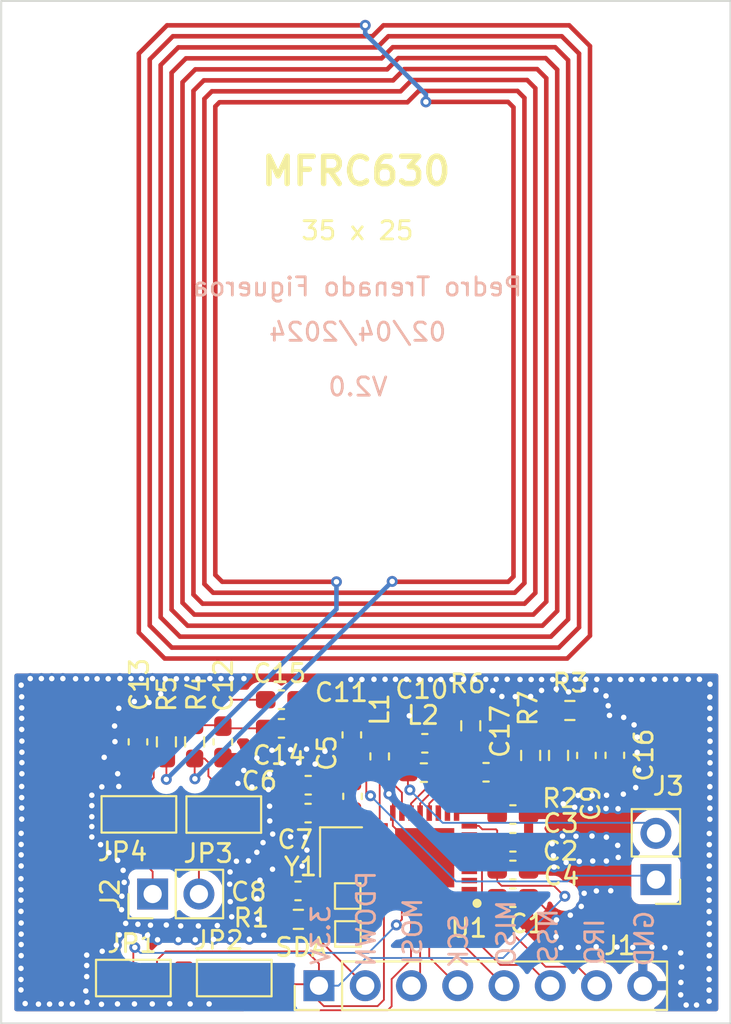
<source format=kicad_pcb>
(kicad_pcb (version 20221018) (generator pcbnew)
  (title_block (title "NFC Programmer") (rev "3.0") (company "Tychetools"))
  (layers (0 "F.Cu" signal) (31 "B.Cu" signal) (34 "B.Paste" user) (35 "F.Paste" user) (36 "B.SilkS" user "B.Silkscreen") (37 "F.SilkS" user "F.Silkscreen") (38 "B.Mask" user) (39 "F.Mask" user) (44 "Edge.Cuts" user))
  (net 0 "")
  (net 1 "Net-(U1-DVDD)")
  (net 2 "GND")
  (net 3 "Net-(U1-AVDD)")
  (net 4 "Net-(U1-TVDD)")
  (net 5 "Net-(U1-XTAL2)")
  (net 6 "/RXP")
  (net 7 "Net-(C9-Pad2)")
  (net 8 "Net-(C10-Pad2)")
  (net 9 "Net-(C11-Pad1)")
  (net 10 "Net-(C12-Pad1)")
  (net 11 "Net-(C13-Pad2)")
  (net 12 "/VMID")
  (net 13 "/RXN")
  (net 14 "Net-(C17-Pad2)")
  (net 15 "/TX1")
  (net 16 "/TX2")
  (net 17 "Net-(JP3-A)")
  (net 21 "/SCL")
  (net 22 "/MISO")
  (net 23 "/IRQ")
  (net 24 "/NSS")
  (net 31 "/PDOWN")
  (net 32 "+3V3")
  (net 33 "/SCK")
  (net 34 "/MOSI")
  (net 35 "Net-(U1-XTAL1)")
  (net 36 "/IFSEL0")
  (net 37 "/IFSEL1")
  (net 38 "Net-(J2-Pin_2)")
  (net 39 "Net-(JP4-A)")
  (net 40 "Net-(JP4-C)")
  (net 41 "Net-(J2-Pin_1)")
  (net 42 "/SDA")
  (footprint "Resistor_SMD:R_0603_1608Metric_Pad0.98x0.95mm_HandSolder" (layer "F.Cu") (at 150.81375 95.4575 -90)
    (fp_text reference "R2")
    (fp_text value "TBD" hide)
  )
  (footprint "Capacitor_SMD:C_0603_1608Metric_Pad1.08x0.95mm_HandSolder" (layer "F.Cu") (at 146.83425 96.38 180)
    (fp_text reference "C17")
    (fp_text value "TBD" hide)
  )
  (footprint "Resistor_SMD:R_0603_1608Metric_Pad0.98x0.95mm_HandSolder" (layer "F.Cu") (at 145.99425 93.83 90)
    (fp_text reference "R6")
    (fp_text value "TBD" hide)
  )
  (footprint "Jumper:SolderJumper-3_P1.3mm_Bridged12_Pad1.0x1.5mm_NumberLabels" (layer "F.Cu") (at 132.435 98.7)
    (fp_text reference "JP3")
    (fp_text value "SolderJumper_3_Bridged12" hide)
  )
  (footprint "MountingHole:MountingHole_3mm" (layer "F.Cu") (at 124.08 58.64)
    (fp_text reference "H3" hide)
    (fp_text value "MountingHole_Pad" hide)
  )
  (footprint "MountingHole:MountingHole_3mm" (layer "F.Cu") (at 156.12 58.64)
    (fp_text reference "H4" hide)
    (fp_text value "MountingHole_Pad" hide)
  )
  (footprint "Capacitor_SMD:C_0603_1608Metric_Pad1.08x0.95mm_HandSolder" (layer "F.Cu") (at 137.07 97.090237 180)
    (fp_text reference "C6")
    (fp_text value "1u" hide)
  )
  (footprint "Connector_PinHeader_2.54mm:PinHeader_1x02_P2.54mm_Vertical" (layer "F.Cu") (at 128.53 103.06 90)
    (fp_text reference "J2")
    (fp_text value "Conn_01x02_Pin" hide)
  )
  (footprint "TestPoint:TestPoint_Pad_1.0x1.0mm" (layer "F.Cu") (at 139.25 105.25)
    (fp_text reference "TP1" hide)
    (fp_text value "TestPoint" hide)
  )
  (footprint "Inductor_SMD:L_0603_1608Metric_Pad1.05x0.95mm_HandSolder" (layer "F.Cu") (at 140.99425 95.51 90)
    (fp_text reference "L1")
    (fp_text value "TBD" hide)
  )
  (footprint "Capacitor_SMD:C_0603_1608Metric_Pad1.08x0.95mm_HandSolder" (layer "F.Cu") (at 135.6 93.97 180)
    (fp_text reference "C14")
    (fp_text value "C" hide)
  )
  (footprint "MountingHole:MountingHole_3mm" (layer "F.Cu") (at 124.06 88.02)
    (fp_text reference "H1" hide)
    (fp_text value "MountingHole_Pad" hide)
  )
  (footprint "Crystal:Crystal_SMD_2016-4Pin_2.0x1.6mm" (layer "F.Cu") (at 138.87175 100.750237 -90)
    (fp_text reference "Y1")
    (fp_text value "Crystal_GND24" hide)
  )
  (footprint "Capacitor_SMD:C_0603_1608Metric_Pad1.08x0.95mm_HandSolder" (layer "F.Cu") (at 139.50425 97.700237 90)
    (fp_text reference "C5")
    (fp_text value "100n" hide)
  )
  (footprint "Capacitor_SMD:C_0603_1608Metric_Pad1.08x0.95mm_HandSolder" (layer "F.Cu") (at 139.46425 94.33 -90)
    (fp_text reference "C11")
    (fp_text value "TBD" hide)
  )
  (footprint "Library3:MFRC630_MOUSER" (layer "F.Cu") (at 143.46425 101.07 180)
    (fp_text reference "U1")
    (fp_text value "MFRC63002HN,151" hide)
  )
  (footprint "Connector_PinHeader_2.54mm:PinHeader_1x08_P2.54mm_Vertical" (layer "F.Cu") (at 137.66 108.09 90)
    (fp_text reference "J1")
    (fp_text value "Conn_01x08" hide)
  )
  (footprint "Resistor_SMD:R_0603_1608Metric_Pad0.98x0.95mm_HandSolder" (layer "F.Cu") (at 130.835 94.7125 -90)
    (fp_text reference "R4")
    (fp_text value "TBD" hide)
  )
  (footprint "Capacitor_SMD:C_0603_1608Metric_Pad1.08x0.95mm_HandSolder" (layer "F.Cu") (at 152.34425 95.4575 90)
    (fp_text reference "C9")
    (fp_text value "TBD" hide)
  )
  (footprint "Capacitor_SMD:C_0603_1608Metric_Pad1.08x0.95mm_HandSolder" (layer "F.Cu") (at 135.6 92.4 180)
    (fp_text reference "C15")
    (fp_text value "TBD" hide)
  )
  (footprint "Capacitor_SMD:C_0603_1608Metric_Pad1.08x0.95mm_HandSolder" (layer "F.Cu") (at 148.3075 98.7)
    (fp_text reference "C3")
    (fp_text value "470n" hide)
  )
  (footprint "Capacitor_SMD:C_0603_1608Metric_Pad1.08x0.95mm_HandSolder" (layer "F.Cu") (at 148.3075 100.22)
    (fp_text reference "C2")
    (fp_text value "100n" hide)
  )
  (footprint "Resistor_SMD:R_0603_1608Metric_Pad0.98x0.95mm_HandSolder" (layer "F.Cu") (at 149.28325 95.4575 90)
    (fp_text reference "R7")
    (fp_text value "TBD" hide)
  )
  (footprint "Capacitor_SMD:C_0603_1608Metric_Pad1.08x0.95mm_HandSolder" (layer "F.Cu") (at 153.90425 95.45 -90)
    (fp_text reference "C16")
    (fp_text value "TBD" hide)
  )
  (footprint "Capacitor_SMD:C_0603_1608Metric_Pad1.08x0.95mm_HandSolder" (layer "F.Cu") (at 148.3075 101.74)
    (fp_text reference "C4")
    (fp_text value "100n" hide)
  )
  (footprint "TestPoint:TestPoint_Pad_1.0x1.0mm" (layer "F.Cu") (at 139.24 103.17)
    (fp_text reference "TP2" hide)
    (fp_text value "TestPoint" hide)
  )
  (footprint "Resistor_SMD:R_0603_1608Metric_Pad0.98x0.95mm_HandSolder" (layer "F.Cu") (at 129.285 94.7125 -90)
    (fp_text reference "R5")
    (fp_text value "TBD" hide)
  )
  (footprint "Resistor_SMD:R_0603_1608Metric_Pad0.98x0.95mm_HandSolder" (layer "F.Cu") (at 151.435 92.99)
    (fp_text reference "R3")
    (fp_text value "TBD" hide)
  )
  (footprint "Capacitor_SMD:C_0603_1608Metric_Pad1.08x0.95mm_HandSolder" (layer "F.Cu") (at 132.385 94.7125 -90)
    (fp_text reference "C12")
    (fp_text value "TBD" hide)
  )
  (footprint "Capacitor_SMD:C_0603_1608Metric_Pad1.08x0.95mm_HandSolder" (layer "F.Cu") (at 127.725 94.7125 90)
    (fp_text reference "C13")
    (fp_text value "TBD" hide)
  )
  (footprint "Connector_PinHeader_2.54mm:PinHeader_1x02_P2.54mm_Vertical" (layer "F.Cu") (at 156.16 102.270237 180)
    (fp_text reference "J3")
    (fp_text value "Conn_01x02_Pin" hide)
  )
  (footprint "Capacitor_SMD:C_0603_1608Metric_Pad1.08x0.95mm_HandSolder" (layer "F.Cu") (at 136.51 102.89 180)
    (fp_text reference "C8")
    (fp_text value "10p" hide)
  )
  (footprint "Inductor_SMD:L_0603_1608Metric_Pad1.05x0.95mm_HandSolder" (layer "F.Cu") (at 143.41925 96.4)
    (fp_text reference "L2")
    (fp_text value "TBD" hide)
  )
  (footprint "Resistor_SMD:R_0603_1608Metric_Pad0.98x0.95mm_HandSolder" (layer "F.Cu") (at 136.53 104.45 180)
    (fp_text reference "R1")
    (fp_text value "10k" hide)
  )
  (footprint "Jumper:SolderJumper-3_P1.3mm_Bridged12_Pad1.0x1.5mm_NumberLabels" (layer "F.Cu") (at 127.775 98.69 180)
    (fp_text reference "JP4")
    (fp_text value "SolderJumper_3_Bridged12" hide)
  )
  (footprint "Jumper:SolderJumper-3_P1.3mm_Bridged12_Pad1.0x1.5mm_NumberLabels" (layer "F.Cu") (at 133.01 107.67 180)
    (fp_text reference "JP2")
    (fp_text value "SolderJumper_3_Bridged12" hide)
  )
  (footprint "Jumper:SolderJumper-3_P1.3mm_Bridged12_Pad1.0x1.5mm_NumberLabels" (layer "F.Cu") (at 127.47 107.67)
    (fp_text reference "JP1")
    (fp_text value "SolderJumper_3_Bridged12" hide)
  )
  (footprint "Capacitor_SMD:C_0603_1608Metric_Pad1.08x0.95mm_HandSolder" (layer "F.Cu") (at 143.47175 94.79)
    (fp_text reference "C10")
    (fp_text value "TBD" hide)
  )
  (footprint "Capacitor_SMD:C_0603_1608Metric_Pad1.08x0.95mm_HandSolder" (layer "F.Cu") (at 137.06425 98.620237 180)
    (fp_text reference "C7")
    (fp_text value "10p" hide)
  )
  (footprint "MountingHole:MountingHole_3mm" (layer "F.Cu") (at 156.11 88.02)
    (fp_text reference "H2" hide)
    (fp_text value "MountingHole_Pad" hide)
  )
  (footprint "Capacitor_SMD:C_0603_1608Metric_Pad1.08x0.95mm_HandSolder" (layer "F.Cu") (at 148.3075 103.26)
    (fp_text reference "C1")
    (fp_text value "470n" hide)
  )
  (gr_poly (pts (xy 120.22 110.160237) (xy 158.69 110.160237) (xy 160.25 110.160237) (xy 160.25 54.060237) (xy 120.22 54.060237) (xy 120.22 110.160237)) (stroke (width 0.1)) (fill none) (layer "Edge.Cuts"))
  (gr_text "02/04/2024\n" (at 144.74 72.81) (layer "B.SilkS") (effects (font (size 1 1) (thickness 0.153)) (justify left bottom mirror)))
  (gr_text "NSS\n" (at 150.83 103.77 90) (layer "B.SilkS") (effects (font (size 1 1) (thickness 0.153)) (justify left bottom mirror)))
  (gr_text "V2.0" (at 141.52 75.82) (layer "B.SilkS") (effects (font (size 1 1) (thickness 0.153)) (justify left bottom mirror)))
  (gr_text "MISO\n" (at 148.53 103.3 90) (layer "B.SilkS") (effects (font (size 1 1) (thickness 0.153)) (justify left bottom mirror)))
  (gr_text "SCK" (at 145.91 104.07 90) (layer "B.SilkS") (effects (font (size 1 1) (thickness 0.153)) (justify left bottom mirror)))
  (gr_text "MOSI\n" (at 143.39 103.19 90) (layer "B.SilkS") (effects (font (size 1 1) (thickness 0.153)) (justify left bottom mirror)))
  (gr_text "3.3V" (at 138.35 103.6 90) (layer "B.SilkS") (effects (font (size 1 1) (thickness 0.153)) (justify left bottom mirror)))
  (gr_text "PDOWN\n" (at 140.84 101.7 90) (layer "B.SilkS") (effects (font (size 1 1) (thickness 0.153)) (justify left bottom mirror)))
  (gr_text "GND\n" (at 156.11 103.88 90) (layer "B.SilkS") (effects (font (size 1 1) (thickness 0.153)) (justify left bottom mirror)))
  (gr_text "IRQ\n" (at 153.38 104.32 90) (layer "B.SilkS") (effects (font (size 1 1) (thickness 0.153)) (justify left bottom mirror)))
  (gr_text "Pedro Trenado Figueroa\n" (at 148.91 70.33) (layer "B.SilkS") (effects (font (size 1 1) (thickness 0.153)) (justify left bottom mirror)))
  (gr_text "35 x 25" (at 136.6 67.25) (layer "F.SilkS") (effects (font (size 1 1) (thickness 0.153)) (justify left bottom)))
  (gr_text "MFRC630\n" (at 134.36 64.28) (layer "F.SilkS") (effects (font (size 1.5 1.5) (thickness 0.3) bold) (justify left bottom)))
  (gr_text "SDA" (at 135.16 106.570237) (layer "F.SilkS") (effects (font (size 1 1) (thickness 0.153)) (justify left bottom)))
  (segment (start 146.61 99.99075) (end 146.61 103.04) (width 0.1) (layer "F.Cu") (net 1))
  (segment (start 146.43925 99.82) (end 146.61 99.99075) (width 0.1) (layer "F.Cu") (net 1))
  (segment (start 146.83 103.26) (end 147.445 103.26) (width 0.1) (layer "F.Cu") (net 1))
  (segment (start 146.61 103.04) (end 146.83 103.26) (width 0.1) (layer "F.Cu") (net 1))
  (segment (start 145.91425 99.82) (end 146.43925 99.82) (width 0.1) (layer "F.Cu") (net 1))
  (segment (start 136.82 101.450237) (end 138.32175 101.450237) (width 0.1) (layer "F.Cu") (net 2))
  (segment (start 134.225 95.575) (end 134.251582 95.601582) (width 0.1) (layer "F.Cu") (net 2))
  (segment (start 142.60925 94.79) (end 142.60925 93.29075) (width 0.1) (layer "F.Cu") (net 2))
  (segment (start 138.32175 101.150237) (end 139.42175 100.050237) (width 0.1) (layer "F.Cu") (net 2))
  (segment (start 138.0275 95.1925) (end 137.99 95.23) (width 0.1) (layer "F.Cu") (net 2))
  (segment (start 125.885 95.575) (end 125.87 95.56) (width 0.1) (layer "F.Cu") (net 2))
  (segment (start 139.46425 95.1925) (end 138.0275 95.1925) (width 0.1) (layer "F.Cu") (net 2))
  (segment (start 134.32 104.45) (end 134.31 104.44) (width 0.1) (layer "F.Cu") (net 2))
  (segment (start 135.6175 104.45) (end 134.32 104.45) (width 0.1) (layer "F.Cu") (net 2))
  (segment (start 142.60925 93.29075) (end 142.62 93.28) (width 0.1) (layer "F.Cu") (net 2))
  (segment (start 143.46425 101.07) (end 141.71425 99.32) (width 0.1) (layer "F.Cu") (net 2))
  (segment (start 149.48 103.26) (end 150.7 104.48) (width 0.1) (layer "F.Cu") (net 2))
  (segment (start 149.17 103.26) (end 149.48 103.26) (width 0.1) (layer "F.Cu") (net 2))
  (segment (start 138.32175 101.450237) (end 138.32175 101.150237) (width 0.1) (layer "F.Cu") (net 2))
  (segment (start 141.71425 97.78425) (end 141.5 97.57) (width 0.1) (layer "F.Cu") (net 2))
  (segment (start 132.385 95.575) (end 134.225 95.575) (width 0.1) (layer "F.Cu") (net 2))
  (segment (start 127.725 95.575) (end 125.885 95.575) (width 0.1) (layer "F.Cu") (net 2))
  (segment (start 141.71425 98.62) (end 141.71425 97.78425) (width 0.1) (layer "F.Cu") (net 2))
  (segment (start 141.71425 99.32) (end 141.71425 98.62) (width 0.1) (layer "F.Cu") (net 2))
  (segment (start 136.74 101.530237) (end 136.82 101.450237) (width 0.1) (layer "F.Cu") (net 2))
  (via micro (at 159.13 95.86) (size 0.6) (drill 0.3) (layers "F.Cu" "B.Cu") (net 2))
  (via micro (at 129.28 104.760237) (size 0.6) (drill 0.3) (layers "F.Cu" "B.Cu") (net 2))
  (via micro (at 154.06 100.390237) (size 0.6) (drill 0.3) (layers "F.Cu" "B.Cu") (net 2))
  (via micro (at 157.94 91.28) (size 0.6) (drill 0.3) (layers "F.Cu" "B.Cu") (net 2))
  (via micro (at 131.87 105.55) (size 0.6) (drill 0.3) (layers "F.Cu" "B.Cu") (net 2))
  (via micro (at 124.3 91.25) (size 0.6) (drill 0.3) (layers "F.Cu" "B.Cu") (net 2))
  (via micro (at 125.19 98.82) (size 0.6) (drill 0.3) (layers "F.Cu" "B.Cu") (net 2))
  (via micro (at 127.34 91.24) (size 0.6) (drill 0.3) (layers "F.Cu" "B.Cu") (net 2))
  (via micro (at 131.63 109.090237) (size 0.6) (drill 0.3) (layers "F.Cu" "B.Cu") (net 2))
  (via micro (at 157.25 91.28) (size 0.6) (drill 0.3) (layers "F.Cu" "B.Cu") (net 2))
  (via micro (at 129.94 105.57) (size 0.6) (drill 0.3) (layers "F.Cu" "B.Cu") (net 2))
  (via micro (at 135.12 99.77) (size 0.6) (drill 0.3) (layers "F.Cu" "B.Cu") (net 2))
  (via micro (at 121.34 98.950237) (size 0.6) (drill 0.3) (layers "F.Cu" "B.Cu") (net 2))
  (via (at 134.251582 95.601582) (size 0.6) (drill 0.3) (layers "F.Cu" "B.Cu") (net 2))
  (via micro (at 153.68 102.880237) (size 0.6) (drill 0.3) (layers "F.Cu" "B.Cu") (net 2))
  (via micro (at 126.46 94.7) (size 0.6) (drill 0.3) (layers "F.Cu" "B.Cu") (net 2))
  (via micro (at 144.35 91.29) (size 0.6) (drill 0.3) (layers "F.Cu" "B.Cu") (net 2))
  (via micro (at 159.08 104.02) (size 0.6) (drill 0.3) (layers "F.Cu" "B.Cu") (net 2))
  (via micro (at 155.13 94.45) (size 0.6) (drill 0.3) (layers "F.Cu" "B.Cu") (net 2))
  (via micro (at 129.22 91.25) (size 0.6) (drill 0.3) (layers "F.Cu" "B.Cu") (net 2))
  (via micro (at 125.19 98.21) (size 0.6) (drill 0.3) (layers "F.Cu" "B.Cu") (net 2))
  (via micro (at 134.59 100.24) (size 0.6) (drill 0.3) (layers "F.Cu" "B.Cu") (net 2))
  (via micro (at 148.44 92.23) (size 0.6) (drill 0.3) (layers "F.Cu" "B.Cu") (net 2))
  (via micro (at 123.51 109.090237) (size 0.6) (drill 0.3) (layers "F.Cu" "B.Cu") (net 2))
  (via micro (at 154.37 97.58) (size 0.6) (drill 0.3) (layers "F.Cu" "B.Cu") (net 2))
  (via micro (at 132.78 101.850237) (size 0.6) (drill 0.3) (layers "F.Cu" "B.Cu") (net 2))
  (via micro (at 123.6 91.24) (size 0.6) (drill 0.3) (layers "F.Cu" "B.Cu") (net 2))
  (via micro (at 133.98 97.19) (size 0.6) (drill 0.3) (layers "F.Cu" "B.Cu") (net 2))
  (via micro (at 159.13 96.47) (size 0.6) (drill 0.3) (layers "F.Cu" "B.Cu") (net 2))
  (via micro (at 121.34 92.240237) (size 0.6) (drill 0.3) (layers "F.Cu" "B.Cu") (net 2))
  (via micro (at 152.66 97.67) (size 0.6) (drill 0.3) (layers "F.Cu" "B.Cu") (net 2))
  (via micro (at 134.42 102.3) (size 0.6) (drill 0.3) (layers "F.Cu" "B.Cu") (net 2))
  (via micro (at 154.96 93.78) (size 0.6) (drill 0.3) (layers "F.Cu" "B.Cu") (net 2))
  (via micro (at 121.53 109.070237) (size 0.6) (drill 0.3) (layers "F.Cu" "B.Cu") (net 2))
  (via micro (at 121.31 91.600237) (size 0.6) (drill 0.3) (layers "F.Cu" "B.Cu") (net 2))
  (via micro (at 141.86 91.28) (size 0.6) (drill 0.3) (layers "F.Cu" "B.Cu") (net 2))
  (via micro (at 148.7 91.29) (size 0.6) (drill 0.3) (layers "F.Cu" "B.Cu") (net 2))
  (via micro (at 158.55 91.28) (size 0.6) (drill 0.3) (layers "F.Cu" "B.Cu") (net 2))
  (via micro (at 125.74 97.18) (size 0.6) (drill 0.3) (layers "F.Cu" "B.Cu") (net 2))
  (via micro (at 124.12 109.090237) (size 0.6) (drill 0.3) (layers "F.Cu" "B.Cu") (net 2))
  (via micro (at 121.31 106.440237) (size 0.6) (drill 0.3) (layers "F.Cu" "B.Cu") (net 2))
  (via micro (at 137.45 95.93) (size 0.6) (drill 0.3) (layers "F.Cu" "B.Cu") (net 2))
  (via micro (at 154.08 98.380237) (size 0.6) (drill 0.3) (layers "F.Cu" "B.Cu") (net 2))
  (via micro (at 159.12 92.86) (size 0.6) (drill 0.3) (layers "F.Cu" "B.Cu") (net 2))
  (via micro (at 127.72 104.72) (size 0.6) (drill 0.3) (layers "F.Cu" "B.Cu") (net 2))
  (via micro (at 143.78 91.29) (size 0.6) (drill 0.3) (layers "F.Cu" "B.Cu") (net 2))
  (via micro (at 124.86 108.38) (size 0.6) (drill 0.3) (layers "F.Cu" "B.Cu") (net 2))
  (via micro (at 148 91.28) (size 0.6) (drill 0.3) (layers "F.Cu" "B.Cu") (net 2))
  (via micro (at 121.34 92.850237) (size 0.6) (drill 0.3) (layers "F.Cu" "B.Cu") (net 2))
  (via micro (at 122.26 109.100237) (size 0.6) (drill 0.3) (layers "F.Cu" "B.Cu") (net 2))
  (via micro (at 153.42 98.370237) (size 0.6) (drill 0.3) (layers "F.Cu" "B.Cu") (net 2))
  (via micro (at 152.92 91.28) (size 0.6) (drill 0.3) (layers "F.Cu" "B.Cu") (net 2))
  (via micro (at 147.701096 92.221952) (size 0.6) (drill 0.3) (layers "F.Cu" "B.Cu") (net 2))
  (via micro (at 155.94 105.970237) (size 0.6) (drill 0.3) (layers "F.Cu" "B.Cu") (net 2))
  (via micro (at 149.28 92.22) (size 0.6) (drill 0.3) (layers "F.Cu" "B.Cu") (net 2))
  (via micro (at 159.09 99.74) (size 0.6) (drill 0.3) (layers "F.Cu" "B.Cu") (net 2))
  (via micro (at 139.41 91.29) (size 0.6) (drill 0.3) (layers "F.Cu" "B.Cu") (net 2))
  (via micro (at 128.51 109.090237) (size 0.6) (drill 0.3) (layers "F.Cu" "B.Cu") (net 2))
  (via micro (at 159.09 101.53) (size 0.6) (drill 0.3) (layers "F.Cu" "B.Cu") (net 2))
  (via micro (at 132.82 105.55) (size 0.6) (drill 0.3) (layers "F.Cu" "B.Cu") (net 2))
  (via micro (at 133.79 101.24) (size 0.6) (drill 0.3) (layers "F.Cu" "B.Cu") (net 2))
  (via micro (at 151.89 97.65) (size 0.6) (drill 0.3) (layers "F.Cu" "B.Cu") (net 2))
  (via micro (at 159.13 95.29) (size 0.6) (drill 0.3) (layers "F.Cu" "B.Cu") (net 2))
  (via micro (at 130.87 105.57) (size 0.6) (drill 0.3) (layers "F.Cu" "B.Cu") (net 2))
  (via micro (at 134.26 103.31) (size 0.6) (drill 0.3) (layers "F.Cu" "B.Cu") (net 2))
  (via micro (at 128.41 104.77) (size 0.6) (drill 0.3) (layers "F.Cu" "B.Cu") (net 2))
  (via micro (at 127.52 92.5) (size 0.6) (drill 0.3) (layers "F.Cu" "B.Cu") (net 2))
  (via micro (at 153.44 99.940237) (size 0.6) (drill 0.3) (layers "F.Cu" "B.Cu") (net 2))
  (via micro (at 159.12 98.96) (size 0.6) (drill 0.3) (layers "F.Cu" "B.Cu") (net 2))
  (via micro (at 126.61 96.46) (size 0.6) (drill 0.3) (layers "F.Cu" "B.Cu") (net 2))
  (via micro (at 158.39 109.15) (size 0.6) (drill 0.3) (layers "F.Cu" "B.Cu") (net 2))
  (via micro (at 121.31 104.650237) (size 0.6) (drill 0.3) (layers "F.Cu" "B.Cu") (net 2))
  (via micro (at 152.65 99.880237) (size 0.6) (drill 0.3) (layers "F.Cu" "B.Cu") (net 2))
  (via micro (at 132.79 103.480237) (size 0.6) (drill 0.3) (layers "F.Cu" "B.Cu") (net 2))
  (via micro (at 152.31 91.28) (size 0.6) (drill 0.3) (layers "F.Cu" "B.Cu") (net 2))
  (via micro (at 126.67 92.87) (size 0.6) (drill 0.3) (layers "F.Cu" "B.Cu") (net 2))
  (via micro (at 126.44 93.84) (size 0.6) (drill 0.3) (layers "F.Cu" "B.Cu") (net 2))
  (via micro (at 140.68 91.28) (size 0.6) (drill 0.3) (layers "F.Cu" "B.Cu") (net 2))
  (via micro (at 156.07 91.28) (size 0.6) (drill 0.3) (layers "F.Cu" "B.Cu") (net 2))
  (via micro (at 136.91 99.94) (size 0.6) (drill 0.3) (layers "F.Cu" "B.Cu") (net 2))
  (via micro (at 150.46 100.3) (size 0.6) (drill 0.3) (layers "F.Cu" "B.Cu") (net 2))
  (via micro (at 140.02 91.29) (size 0.6) (drill 0.3) (layers "F.Cu" "B.Cu") (net 2))
  (via micro (at 153.45 97.64) (size 0.6) (drill 0.3) (layers "F.Cu" "B.Cu") (net 2))
  (via micro (at 134.95 98.24) (size 0.6) (drill 0.3) (layers "F.Cu" "B.Cu") (net 2))
  (via micro (at 151.364342 91.97) (size 0.6) (drill 0.3) (layers "F.Cu" "B.Cu") (net 2))
  (via micro (at 135.077887 95.174346) (size 0.6) (drill 0.3) (layers "F.Cu" "B.Cu") (net 2))
  (via micro (at 155.41 91.29) (size 0.6) (drill 0.3) (layers "F.Cu" "B.Cu") (net 2))
  (via micro (at 159.08 107.15) (size 0.6) (drill 0.3) (layers "F.Cu" "B.Cu") (net 2))
  (via micro (at 159.09 105.27) (size 0.6) (drill 0.3) (layers "F.Cu" "B.Cu") (net 2))
  (via micro (at 126.6 109.090237) (size 0.6) (drill 0.3) (layers "F.Cu" "B.Cu") (net 2))
  (via micro (at 136.98 95.11) (size 0.6) (drill 0.3) (layers "F.Cu" "B.Cu") (net 2))
  (via micro (at 128.33 92.55) (size 0.6) (drill 0.3) (layers "F.Cu" "B.Cu") (net 2))
  (via micro (at 134.31 104.44) (size 0.6) (drill 0.3) (layers "F.Cu" "B.Cu") (net 2))
  (via micro (at 121.34 94.030237) (size 0.6) (drill 0.3) (layers "F.Cu" "B.Cu") (net 2))
  (via micro (at 121.81 91.24) (size 0.6) (drill 0.3) (layers "F.Cu" "B.Cu") (net 2))
  (via (at 142.62 93.28) (size 0.6) (drill 0.3) (layers "F.Cu" "B.Cu") (net 2))
  (via micro (at 131.01 91.25) (size 0.6) (drill 0.3) (layers "F.Cu" "B.Cu") (net 2))
  (via micro (at 149.88 91.29) (size 0.6) (drill 0.3) (layers "F.Cu" "B.Cu") (net 2))
  (via micro (at 151.03 99.880237) (size 0.6) (drill 0.3) (layers "F.Cu" "B.Cu") (net 2))
  (via micro (at 154.09 101.050237) (size 0.6) (drill 0.3) (layers "F.Cu" "B.Cu") (net 2))
  (via micro (at 154.02 105.970237) (size 0.6) (drill 0.3) (layers "F.Cu" "B.Cu") (net 2))
  (via micro (at 125.48 91.25) (size 0.6) (drill 0.3) (layers "F.Cu" "B.Cu") (net 2))
  (via micro (at 157.57 107.060237) (size 0.6) (drill 0.3) (layers "F.Cu" "B.Cu") (net 2))
  (via micro (at 126.97 102.420237) (size 0.6) (drill 0.3) (layers "F.Cu" "B.Cu") (net 2))
  (via micro (at 127.91 91.24) (size 0.6) (drill 0.3) (layers "F.Cu" "B.Cu") (net 2))
  (via micro (at 154.89 105.990237) (size 0.6) (drill 0.3) (layers "F.Cu" "B.Cu") (net 2))
  (via micro (at 151.46 104.22) (size 0.6) (drill 0.3) (layers "F.Cu" "B.Cu") (net 2))
  (via micro (at 124.91 107.59) (size 0.6) (drill 0.3) (layers "F.Cu" "B.Cu") (net 2))
  (via micro (at 150.94 106.000237) (size 0.6) (drill 0.3) (layers "F.Cu" "B.Cu") (net 2))
  (via micro (at 132.87 104.310237) (size 0.6) (drill 0.3) (layers "F.Cu" "B.Cu") (net 2))
  (via micro (at 129.47 109.080237) (size 0.6) (drill 0.3) (layers "F.Cu" "B.Cu") (net 2))
  (via micro (at 150.53 100.96) (size 0.6) (drill 0.3) (layers "F.Cu" "B.Cu") (net 2))
  (via micro (at 134.95 96.48) (size 0.6) (drill 0.3) (layers "F.Cu" "B.Cu") (net 2))
  (via micro (at 136.54 95.87) (size 0.6) (drill 0.3) (layers "F.Cu" "B.Cu") (net 2))
  (via micro (at 153.54 92.73) (size 0.6) (drill 0.3) (layers "F.Cu" "B.Cu") (net 2))
  (via micro (at 130.59 109.090237) (size 0.6) (drill 0.3) (layers "F.Cu" "B.Cu") (net 2))
  (via micro (at 121.31 105.830237) (size 0.6) (drill 0.3) (layers "F.Cu" "B.Cu") (net 2))
  (via micro (at 155.13 95.29) (size 0.6) (drill 0.3) (layers "F.Cu" "B.Cu") (net 2))
  (via micro (at 152.89 102.890237) (size 0.6) (drill 0.3) (layers "F.Cu" "B.Cu") (net 2))
  (via micro (at 131.04 104.810237) (size 0.6) (drill 0.3) (layers "F.Cu" "B.Cu") (net 2))
  (via micro (at 125.76 106.2) (size 0.6) (drill 0.3) (layers "F.Cu" "B.Cu") (net 2))
  (via micro (at 159.08 107.76) (size 0.6) (drill 0.3) (layers "F.Cu" "B.Cu") (net 2))
  (via micro (at 124.91 106.98) (size 0.6) (drill 0.3) (layers "F.Cu" "B.Cu") (net 2))
  (via micro (at 126.82 103.92) (size 0.6) (drill 0.3) (layers "F.Cu" "B.Cu") (net 2))
  (via micro (at 124.91 106.41) (size 0.6) (drill 0.3) (layers "F.Cu" "B.Cu") (net 2))
  (via micro (at 133.54 91.24) (size 0.6) (drill 0.3) (layers "F.Cu" "B.Cu") (net 2))
  (via micro (at 159.09 104.66) (size 0.6) (drill 0.3) (layers "F.Cu" "B.Cu") (net 2))
  (via micro (at 152.06 103.74) (size 0.6) (drill 0.3) (layers "F.Cu" "B.Cu") (net 2))
  (via micro (at 128.8 105.57) (size 0.6) (drill 0.3) (layers "F.Cu" "B.Cu") (net 2))
  (via micro (at 125.72 109.110237) (size 0.6) (drill 0.3) (layers "F.Cu" "B.Cu") (net 2))
  (via micro (at 121.3 107.140237) (size 0.6) (drill 0.3) (layers "F.Cu" "B.Cu") (net 2))
  (via micro (at 122.87 109.100237) (size 0.6) (drill 0.3) (layers "F.Cu" "B.Cu") (net 2))
  (via micro (at 121.3 108.320237) (size 0.6) (drill 0.3) (layers "F.Cu" "B.Cu") (net 2))
  (via micro (at 127.53 109.090237) (size 0.6) (drill 0.3) (layers "F.Cu" "B.Cu") (net 2))
  (via micro (at 135.62 95.89) (size 0.6) (drill 0.3) (layers "F.Cu" "B.Cu") (net 2))
  (via micro (at 134.63 105.32) (size 0.6) (drill 0.3) (layers "F.Cu" "B.Cu") (net 2))
  (via micro (at 132.85 91.24) (size 0.6) (drill 0.3) (layers "F.Cu" "B.Cu") (net 2))
  (via micro (at 159.13 94.68) (size 0.6) (drill 0.3) (layers "F.Cu" "B.Cu") (net 2))
  (via micro (at 121.31 100.340237) (size 0.6) (drill 0.3) (layers "F.Cu" "B.Cu") (net 2))
  (via micro (at 152.22 103.02) (size 0.6) (drill 0.3) (layers "F.Cu" "B.Cu") (net 2))
  (via micro (at 121.3 102.220237) (size 0.6) (drill 0.3) (layers "F.Cu" "B.Cu") (net 2))
  (via micro (at 151.7 98.300237) (size 0.6) (drill 0.3) (layers "F.Cu" "B.Cu") (net 2))
  (via micro (at 121.34 93.420237) (size 0.6) (drill 0.3) (layers "F.Cu" "B.Cu") (net 2))
  (via micro (at 151.74 91.28) (size 0.6) (drill 0.3) (layers "F.Cu" "B.Cu") (net 2))
  (via micro (at 125.19 99.36) (size 0.6) (drill 0.3) (layers "F.Cu" "B.Cu") (net 2))
  (via micro (at 121.31 101.520237) (size 0.6) (drill 0.3) (layers "F.Cu" "B.Cu") (net 2))
  (via micro (at 159.12 93.43) (size 0.6) (drill 0.3) (layers "F.Cu" "B.Cu") (net 2))
  (via micro (at 159.09 100.92) (size 0.6) (drill 0.3) (layers "F.Cu" "B.Cu") (net 2))
  (via micro (at 126.67 97.16) (size 0.6) (drill 0.3) (layers "F.Cu" "B.Cu") (net 2))
  (via micro (at 128.97 92.08) (size 0.6) (drill 0.3) (layers "F.Cu" "B.Cu") (net 2))
  (via (at 150.7 104.48) (size 0.6) (drill 0.3) (layers "F.Cu" "B.Cu") (net 2))
  (via micro (at 159.08 108.33) (size 0.6) (drill 0.3) (layers "F.Cu" "B.Cu") (net 2))
  (via micro (at 157.53 107.910237) (size 0.6) (drill 0.3) (layers "F.Cu" "B.Cu") (net 2))
  (via micro (at 122.42 91.24) (size 0.6) (drill 0.3) (layers "F.Cu" "B.Cu") (net 2))
  (via micro (at 159.12 97.78) (size 0.6) (drill 0.3) (layers "F.Cu" "B.Cu") (net 2))
  (via micro (at 151.77 99.890237) (size 0.6) (drill 0.3) (layers "F.Cu" "B.Cu") (net 2))
  (via micro (at 151.95 101.270237) (size 0.6) (drill 0.3) (layers "F.Cu" "B.Cu") (net 2))
  (via micro (at 126.54 105.87) (size 0.6) (drill 0.3) (layers "F.Cu" "B.Cu") (net 2))
  (via (at 136.74 101.530237) (size 0.6) (drill 0.3) (layers "F.Cu" "B.Cu") (net 2))
  (via micro (at 121.34 98.340237) (size 0.6) (drill 0.3) (layers "F.Cu" "B.Cu") (net 2))
  (via micro (at 133.53 96.28) (size 0.6) (drill 0.3) (layers "F.Cu" "B.Cu") (net 2))
  (via micro (at 159.09 106.45) (size 0.6) (drill 0.3) (layers "F.Cu" "B.Cu") (net 2))
  (via micro (at 121.31 105.260237) (size 0.6) (drill 0.3) (layers "F.Cu" "B.Cu") (net 2))
  (via micro (at 121.3 104.010237) (size 0.6) (drill 0.3) (layers "F.Cu" "B.Cu") (net 2))
  (via micro (at 146.82 91.28) (size 0.6) (drill 0.3) (layers "F.Cu" "B.Cu") (net 2))
  (via micro (at 130.07 104.810237) (size 0.6) (drill 0.3) (layers "F.Cu" "B.Cu") (net 2))
  (via micro (at 159.13 91.55) (size 0.6) (drill 0.3) (layers "F.Cu" "B.Cu") (net 2))
  (via micro (at 132.28 91.24) (size 0.6) (drill 0.3) (layers "F.Cu" "B.Cu") (net 2))
  (via micro (at 130.4 91.25) (size 0.6) (drill 0.3) (layers "F.Cu" "B.Cu") (net 2))
  (via micro (at 128.52 91.24) (size 0.6) (drill 0.3) (layers "F.Cu" "B.Cu") (net 2))
  (via micro (at 125.67 100.35) (size 0.6) (drill 0.3) (layers "F.Cu" "B.Cu") (net 2))
  (via micro (at 159.08 108.94) (size 0.6) (drill 0.3) (layers "F.Cu" "B.Cu") (net 2))
  (via micro (at 159.12 97.17) (size 0.6) (drill 0.3) (layers "F.Cu" "B.Cu") (net 2))
  (via micro (at 133.21 96.99) (size 0.6) (drill 0.3) (layers "F.Cu" "B.Cu") (net 2))
  (via micro (at 142.47 91.28) (size 0.6) (drill 0.3) (layers "F.Cu" "B.Cu") (net 2))
  (via micro (at 154.8 91.29) (size 0.6) (drill 0.3) (layers "F.Cu" "B.Cu") (net 2))
  (via micro (at 147.2 91.9) (size 0.6) (drill 0.3) (layers "F.Cu" "B.Cu") (net 2))
  (via micro (at 122.99 91.24) (size 0.6) (drill 0.3) (layers "F.Cu" "B.Cu") (net 2))
  (via micro (at 125.19 99.93) (size 0.6) (drill 0.3) (layers "F.Cu" "B.Cu") (net 2))
  (via micro (at 145.6 91.28) (size 0.6) (drill 0.3) (layers "F.Cu" "B.Cu") (net 2))
  (via micro (at 151.07 98.11) (size 0.6) (drill 0.3) (layers "F.Cu" "B.Cu") (net 2))
  (via micro (at 149.31 91.29) (size 0.6) (drill 0.3) (layers "F.Cu" "B.Cu") (net 2))
  (via micro (at 151.9 105.990237) (size 0.6) (drill 0.3) (layers "F.Cu" "B.Cu") (net 2))
  (via micro (at 121.31 99.730237) (size 0.6) (drill 0.3) (layers "F.Cu" "B.Cu") (net 2))
  (via micro (at 124.91 91.25) (size 0.6) (drill 0.3) (layers "F.Cu" "B.Cu") (net 2))
  (via micro (at 152.17 91.82) (size 0.6) (drill 0.3) (layers "F.Cu" "B.Cu") (net 2))
  (via micro (at 157.82 109.15) (size 0.6) (drill 0.3) (layers "F.Cu" "B.Cu") (net 2))
  (via micro (at 154.23 91.29) (size 0.6) (drill 0.3) (layers "F.Cu" "B.Cu") (net 2))
  (via micro (at 151.23 101.330237) (size 0.6) (drill 0.3) (layers "F.Cu" "B.Cu") (net 2))
  (via micro (at 151.13 91.28) (size 0.6) (drill 0.3) (layers "F.Cu" "B.Cu") (net 2))
  (via micro (at 159.09 105.84) (size 0.6) (drill 0.3) (layers "F.Cu" "B.Cu") (net 2))
  (via micro (at 129.83 91.25) (size 0.6) (drill 0.3) (layers "F.Cu" "B.Cu") (net 2))
  (via micro (at 146.21 91.28) (size 0.6) (drill 0.3) (layers "F.Cu" "B.Cu") (net 2))
  (via micro (at 137 100.65) (size 0.6) (drill 0.3) (layers "F.Cu" "B.Cu") (net 2))
  (via micro (at 134.96 99.05) (size 0.6) (drill 0.3) (layers "F.Cu" "B.Cu") (net 2))
  (via micro (at 159.09 100.35) (size 0.6) (drill 0.3) (layers "F.Cu" "B.Cu") (net 2))
  (via micro (at 131.67 91.24) (size 0.6) (drill 0.3) (layers "F.Cu" "B.Cu") (net 2))
  (via micro (at 126.91 101.76) (size 0.6) (drill 0.3) (layers "F.Cu" "B.Cu") (net 2))
  (via micro (at 136.1 95.14) (size 0.6) (drill 0.3) (layers "F.Cu" "B.Cu") (net 2))
  (via micro (at 132.08 104.790237) (size 0.6) (drill 0.3) (layers "F.Cu" "B.Cu") (net 2))
  (via micro (at 153.44 101.250237) (size 0.6) (drill 0.3) (layers "F.Cu" "B.Cu") (net 2))
  (via micro (at 126.84 103.18) (size 0.6) (drill 0.3) (layers "F.Cu" "B.Cu") (net 2))
  (via micro (at 126.09 91.25) (size 0.6) (drill 0.3) (layers "F.Cu" "B.Cu") (net 2))
  (via micro (at 159.12 98.35) (size 0.6) (drill 0.3) (layers "F.Cu" "B.Cu") (net 2))
  (via micro (at 147.39 91.28) (size 0.6) (drill 0.3) (layers "F.Cu" "B.Cu") (net 2))
  (via micro (at 121.35 95.280237) (size 0.6) (drill 0.3) (layers "F.Cu" "B.Cu") (net 2))
  (via micro (at 126.13 100.79) (size 0.6) (drill 0.3) (layers "F.Cu" "B.Cu") (net 2))
  (via micro (at 134.89 97.33) (size 0.6) (drill 0.3) (layers "F.Cu" "B.Cu") (net 2))
  (via micro (at 136.1 99.92) (size 0.6) (drill 0.3) (layers "F.Cu" "B.Cu") (net 2))
  (via micro (at 121.34 97.160237) (size 0.6) (drill 0.3) (layers "F.Cu" "B.Cu") (net 2))
  (via micro (at 126.61 101.21) (size 0.6) (drill 0.3) (layers "F.Cu" "B.Cu") (net 2))
  (via micro (at 121.3 107.750237) (size 0.6) (drill 0.3) (layers "F.Cu" "B.Cu") (net 2))
  (via micro (at 121.35 95.850237) (size 0.6) (drill 0.3) (layers "F.Cu" "B.Cu") (net 2))
  (via micro (at 149.88 91.89) (size 0.6) (drill 0.3) (layers "F.Cu" "B.Cu") (net 2))
  (via micro (at 144.96 91.29) (size 0.6) (drill 0.3) (layers "F.Cu" "B.Cu") (net 2))
  (via micro (at 121.3 102.830237) (size 0.6) (drill 0.3) (layers "F.Cu" "B.Cu") (net 2))
  (via micro (at 159.08 102.23) (size 0.6) (drill 0.3) (layers "F.Cu" "B.Cu") (net 2))
  (via micro (at 121.3 103.400237) (size 0.6) (drill 0.3) (layers "F.Cu" "B.Cu") (net 2))
  (via micro (at 143.17 91.29) (size 0.6) (drill 0.3) (layers "F.Cu" "B.Cu") (net 2))
  (via micro (at 124.93 109) (size 0.6) (drill 0.3) (layers "F.Cu" "B.Cu") (net 2))
  (via micro (at 159.12 94.04) (size 0.6) (drill 0.3) (layers "F.Cu" "B.Cu") (net 2))
  (via micro (at 152.88 105.950237) (size 0.6) (drill 0.3) (layers "F.Cu" "B.Cu") (net 2))
  (via micro (at 134.25 100.77) (size 0.6) (drill 0.3) (layers "F.Cu" "B.Cu") (net 2))
  (via micro (at 121.31 100.910237) (size 0.6) (drill 0.3) (layers "F.Cu" "B.Cu") (net 2))
  (via micro (at 153.42 92.19) (size 0.6) (drill 0.3) (layers "F.Cu" "B.Cu") (net 2))
  (via micro (at 155.21 96.26) (size 0.6) (drill 0.3) (layers "F.Cu" "B.Cu") (net 2))
  (via (at 137.99 95.23) (size 0.6) (drill 0.3) (layers "F.Cu" "B.Cu") (net 2))
  (via micro (at 121.35 96.460237) (size 0.6) (drill 0.3) (layers "F.Cu" "B.Cu") (net 2))
  (via micro (at 150.57 101.580237) (size 0.6) (drill 0.3) (layers "F.Cu" "B.Cu") (net 2))
  (via micro (at 156.68 91.28) (size 0.6) (drill 0.3) (layers "F.Cu" "B.Cu") (net 2))
  (via micro (at 152.56 98.370237) (size 0.6) (drill 0.3) (layers "F.Cu" "B.Cu") (net 2))
  (via micro (at 125.19 97.64) (size 0.6) (drill 0.3) (layers "F.Cu" "B.Cu") (net 2))
  (via micro (at 135.11 101.7) (size 0.6) (drill 0.3) (layers "F.Cu" "B.Cu") (net 2))
  (via micro (at 126.7 105.3) (size 0.6) (drill 0.3) (layers "F.Cu" "B.Cu") (net 2))
  (via micro (at 159.08 102.84) (size 0.6) (drill 0.3) (layers "F.Cu" "B.Cu") (net 2))
  (via micro (at 154.39 93.37) (size 0.6) (drill 0.3) (layers "F.Cu" "B.Cu") (net 2))
  (via micro (at 153.62 91.29) (size 0.6) (drill 0.3) (layers "F.Cu" "B.Cu") (net 2))
  (via micro (at 159.12 92.25) (size 0.6) (drill 0.3) (layers "F.Cu" "B.Cu") (net 2))
  (via micro (at 157.52 108.590237) (size 0.6) (drill 0.3) (layers "F.Cu" "B.Cu") (net 2))
  (via micro (at 150.68 105.4) (size 0.6) (drill 0.3) (layers "F.Cu" "B.Cu") (net 2))
  (via (at 125.87 95.56) (size 0.6) (drill 0.3) (layers "F.Cu" "B.Cu") (net 2))
  (via micro (at 121.34 97.770237) (size 0.6) (drill 0.3) (layers "F.Cu" "B.Cu") (net 2))
  (via micro (at 121.35 94.670237) (size 0.6) (drill 0.3) (layers "F.Cu" "B.Cu") (net 2))
  (via (at 141.5 97.57) (size 0.6) (drill 0.3) (layers "F.Cu" "B.Cu") (net 2))
  (via micro (at 127.05 104.67) (size 0.6) (drill 0.3) (layers "F.Cu" "B.Cu") (net 2))
  (via micro (at 155.05 97.22) (size 0.6) (drill 0.3) (layers "F.Cu" "B.Cu") (net 2))
  (via micro (at 128.25 105.32) (size 0.6) (drill 0.3) (layers "F.Cu" "B.Cu") (net 2))
  (via micro (at 157.52 106.290237) (size 0.6) (drill 0.3) (layers "F.Cu" "B.Cu") (net 2))
  (via micro (at 159.08 103.41) (size 0.6) (drill 0.3) (layers "F.Cu" "B.Cu") (net 2))
  (via micro (at 141.29 91.28) (size 0.6) (drill 0.3) (layers "F.Cu" "B.Cu") (net 2))
  (via micro (at 153.61 93.26) (size 0.6) (drill 0.3) (layers "F.Cu" "B.Cu") (net 2))
  (via micro (at 133.84 105.54) (size 0.6) (drill 0.3) (layers "F.Cu" "B.Cu") (net 2))
  (via micro (at 133.13 101.26) (size 0.6) (drill 0.3) (layers "F.Cu" "B.Cu") (net 2))
  (via micro (at 156.65 106.000237) (size 0.6) (drill 0.3) (layers "F.Cu" "B.Cu") (net 2))
  (via micro (at 152.87 91.87) (size 0.6) (drill 0.3) (layers "F.Cu" "B.Cu") (net 2))
  (via micro (at 150.69 91.81) (size 0.6) (drill 0.3) (layers "F.Cu" "B.Cu") (net 2))
  (via micro (at 152.69 101.250237) (size 0.6) (drill 0.3) (layers "F.Cu" "B.Cu") (net 2))
  (via micro (at 150.49 91.29) (size 0.6) (drill 0.3) (layers "F.Cu" "B.Cu") (net 2))
  (via micro (at 132.76 102.520237) (size 0.6) (drill 0.3) (layers "F.Cu" "B.Cu") (net 2))
  (via micro (at 126.73 91.24) (size 0.6) (drill 0.3) (layers "F.Cu" "B.Cu") (net 2))
  (segment (start 147.365 98.62) (end 147.445 98.7) (width 0.1) (layer "F.Cu") (net 3))
  (segment (start 145.21425 98.62) (end 147.365 98.62) (width 0.1) (layer "F.Cu") (net 3))
  (segment (start 140.48925 99.82) (end 141.01425 99.82) (width 0.1) (layer "F.Cu") (net 4))
  (segment (start 138.82425 98.51) (end 138.91675 98.6025) (width 0.1) (layer "F.Cu") (net 4))
  (segment (start 137.88675 97.7325) (end 138.024487 97.870237) (width 0.1) (layer "F.Cu") (net 4))
  (segment (start 140.0925 98.562737) (end 140.41225 98.882487) (width 0.1) (layer "F.Cu") (net 4))
  (segment (start 138.91675 98.6025) (end 139.50425 98.6025) (width 0.1) (layer "F.Cu") (net 4))
  (segment (start 140.41225 98.882487) (end 140.41225 99.743) (width 0.1) (layer "F.Cu") (net 4))
  (segment (start 138.82425 98.12) (end 138.82425 98.51) (width 0.1) (layer "F.Cu") (net 4))
  (segment (start 138.574487 97.870237) (end 138.82425 98.12) (width 0.1) (layer "F.Cu") (net 4))
  (segment (start 140.41225 99.743) (end 140.48925 99.82) (width 0.1) (layer "F.Cu") (net 4))
  (segment (start 139.50425 98.562737) (end 140.0925 98.562737) (width 0.1) (layer "F.Cu") (net 4))
  (segment (start 137.88675 97.11) (end 137.88675 97.7325) (width 0.1) (layer "F.Cu") (net 4))
  (segment (start 138.024487 97.870237) (end 138.574487 97.870237) (width 0.1) (layer "F.Cu") (net 4))
  (segment (start 139.42175 100.938487) (end 139.42175 101.450237) (width 0.1) (layer "F.Cu") (net 5))
  (segment (start 137.3725 102.387737) (end 137.5 102.260237) (width 0.1) (layer "F.Cu") (net 5))
  (segment (start 139.42175 102.118487) (end 139.42175 101.450237) (width 0.1) (layer "F.Cu") (net 5))
  (segment (start 137.3725 102.89) (end 137.3725 102.387737) (width 0.1) (layer "F.Cu") (net 5))
  (segment (start 139.28 102.260237) (end 139.42175 102.118487) (width 0.1) (layer "F.Cu") (net 5))
  (segment (start 141.004487 100.810237) (end 139.55 100.810237) (width 0.1) (layer "F.Cu") (net 5))
  (segment (start 137.5 102.260237) (end 139.28 102.260237) (width 0.1) (layer "F.Cu") (net 5))
  (segment (start 141.01425 100.82) (end 141.004487 100.810237) (width 0.1) (layer "F.Cu") (net 5))
  (segment (start 139.55 100.810237) (end 139.42175 100.938487) (width 0.1) (layer "F.Cu") (net 5))
  (segment (start 143.71425 98.095) (end 144.21225 97.597) (width 0.1) (layer "F.Cu") (net 6))
  (segment (start 150.81375 97.1405) (end 150.81375 96.37) (width 0.1) (layer "F.Cu") (net 6))
  (segment (start 150.81375 96.37) (end 152.29425 96.37) (width 0.1) (layer "F.Cu") (net 6))
  (segment (start 144.21225 97.597) (end 150.35725 97.597) (width 0.1) (layer "F.Cu") (net 6))
  (segment (start 150.35725 97.597) (end 150.81375 97.1405) (width 0.1) (layer "F.Cu") (net 6))
  (segment (start 143.71425 98.62) (end 143.71425 98.095) (width 0.1) (layer "F.Cu") (net 6))
  (segment (start 152.29425 96.37) (end 152.34425 96.32) (width 0.1) (layer "F.Cu") (net 6))
  (segment (start 152.3475 94.59175) (end 152.34425 94.595) (width 0.1) (layer "F.Cu") (net 7))
  (segment (start 152.3475 92.99) (end 152.3475 94.59175) (width 0.1) (layer "F.Cu") (net 7))
  (segment (start 145.05 94.79) (end 144.33425 94.79) (width 0.1) (layer "F.Cu") (net 8))
  (segment (start 136.4625 92.4) (end 137.43 92.4) (width 0.1) (layer "F.Cu") (net 8))
  (segment (start 144.29425 94.83) (end 144.33425 94.79) (width 0.1) (layer "F.Cu") (net 8))
  (segment (start 145.17 94.67) (end 145.05 94.79) (width 0.1) (layer "F.Cu") (net 8))
  (segment (start 146.410022 92.253) (end 146.75 92.592978) (width 0.1) (layer "F.Cu") (net 8))
  (segment (start 145.35 94) (end 145.17 94.18) (width 0.1) (layer "F.Cu") (net 8))
  (segment (start 146.57 94) (end 145.35 94) (width 0.1) (layer "F.Cu") (net 8))
  (segment (start 150.5225 92.99) (end 147.58 92.99) (width 0.1) (layer "F.Cu") (net 8))
  (segment (start 144.33425 94.13575) (end 144.33425 94.79) (width 0.1) (layer "F.Cu") (net 8))
  (segment (start 145.17 94.18) (end 145.17 94.67) (width 0.1) (layer "F.Cu") (net 8))
  (segment (start 137.577 92.253) (end 146.410022 92.253) (width 0.1) (layer "F.Cu") (net 8))
  (segment (start 146.75 93.42) (end 146.55 93.62) (width 0.1) (layer "F.Cu") (net 8))
  (segment (start 137.43 92.4) (end 137.577 92.253) (width 0.1) (layer "F.Cu") (net 8))
  (segment (start 144.29425 96.4) (end 144.29425 94.83) (width 0.1) (layer "F.Cu") (net 8))
  (segment (start 146.75 92.592978) (end 146.75 93.42) (width 0.1) (layer "F.Cu") (net 8))
  (segment (start 147.58 92.99) (end 146.57 94) (width 0.1) (layer "F.Cu") (net 8))
  (segment (start 144.85 93.62) (end 144.33425 94.13575) (width 0.1) (layer "F.Cu") (net 8))
  (segment (start 146.55 93.62) (end 144.85 93.62) (width 0.1) (layer "F.Cu") (net 8))
  (segment (start 140.99425 95.28425) (end 140.99425 94.635) (width 0.1) (layer "F.Cu") (net 9))
  (segment (start 145.076478 92.9175) (end 143.48 94.513978) (width 0.1) (layer "F.Cu") (net 9))
  (segment (start 140.0675 93.4675) (end 140.27 93.67) (width 0.1) (layer "F.Cu") (net 9))
  (segment (start 143.48 94.513978) (end 143.48 95.29) (width 0.1) (layer "F.Cu") (net 9))
  (segment (start 143.28 95.49) (end 141.2 95.49) (width 0.1) (layer "F.Cu") (net 9))
  (segment (start 139.46425 93.4675) (end 140.0675 93.4675) (width 0.1) (layer "F.Cu") (net 9))
  (segment (start 140.445 94.635) (end 140.99425 94.635) (width 0.1) (layer "F.Cu") (net 9))
  (segment (start 145.99425 92.9175) (end 145.076478 92.9175) (width 0.1) (layer "F.Cu") (net 9))
  (segment (start 143.48 95.29) (end 143.28 95.49) (width 0.1) (layer "F.Cu") (net 9))
  (segment (start 136.4625 93.97) (end 138.12 93.97) (width 0.1) (layer "F.Cu") (net 9))
  (segment (start 140.27 94.46) (end 140.445 94.635) (width 0.1) (layer "F.Cu") (net 9))
  (segment (start 140.27 93.67) (end 140.27 94.46) (width 0.1) (layer "F.Cu") (net 9))
  (segment (start 141.2 95.49) (end 140.99425 95.28425) (width 0.1) (layer "F.Cu") (net 9))
  (segment (start 138.12 93.97) (end 138.6225 93.4675) (width 0.1) (layer "F.Cu") (net 9))
  (segment (start 138.6225 93.4675) (end 139.46425 93.4675) (width 0.1) (layer "F.Cu") (net 9))
  (segment (start 130.835 93.8) (end 132.335 93.8) (width 0.1) (layer "F.Cu") (net 10))
  (segment (start 132.505 93.97) (end 132.385 93.85) (width 0.1) (layer "F.Cu") (net 10))
  (segment (start 134.7375 93.97) (end 132.505 93.97) (width 0.1) (layer "F.Cu") (net 10))
  (segment (start 132.335 93.8) (end 132.385 93.85) (width 0.1) (layer "F.Cu") (net 10))
  (segment (start 127.725 93.85) (end 129.235 93.85) (width 0.1) (layer "F.Cu") (net 11))
  (segment (start 129.235 93.85) (end 129.285 93.8) (width 0.1) (layer "F.Cu") (net 11))
  (segment (start 129.87 92.4) (end 129.285 92.985) (width 0.1) (layer "F.Cu") (net 11))
  (segment (start 129.285 92.985) (end 129.285 93.8) (width 0.1) (layer "F.Cu") (net 11))
  (segment (start 134.7375 92.4) (end 129.87 92.4) (width 0.1) (layer "F.Cu") (net 11))
  (segment (start 153.90425 95.14575) (end 153.7405 95.3095) (width 0.1) (layer "F.Cu") (net 12))
  (segment (start 143.75725 97.052) (end 146.53225 97.052) (width 0.1) (layer "F.Cu") (net 12))
  (segment (start 150.9795 95.3095) (end 150.81375 95.14375) (width 0.1) (layer "F.Cu") (net 12))
  (segment (start 150.81375 95.14375) (end 150.81375 94.545) (width 0.1) (layer "F.Cu") (net 12))
  (segment (start 146.53225 97.052) (end 146.95425 96.63) (width 0.1) (layer "F.Cu") (net 12))
  (segment (start 153.7405 95.3095) (end 150.9795 95.3095) (width 0.1) (layer "F.Cu") (net 12))
  (segment (start 142.71425 98.095) (end 143.75725 97.052) (width 0.1) (layer "F.Cu") (net 12))
  (segment (start 149.28325 94.545) (end 150.81375 94.545) (width 0.1) (layer "F.Cu") (net 12))
  (segment (start 148.36925 94.545) (end 149.28325 94.545) (width 0.1) (layer "F.Cu") (net 12))
  (segment (start 146.95425 96.63) (end 146.95425 95.96) (width 0.1) (layer "F.Cu") (net 12))
  (segment (start 153.90425 94.5875) (end 153.90425 95.14575) (width 0.1) (layer "F.Cu") (net 12))
  (segment (start 146.95425 95.96) (end 148.36925 94.545) (width 0.1) (layer "F.Cu") (net 12))
  (segment (start 142.71425 98.62) (end 142.71425 98.095) (width 0.1) (layer "F.Cu") (net 12))
  (segment (start 143.93925 97.37) (end 147.47425 97.37) (width 0.1) (layer "F.Cu") (net 13))
  (segment (start 143.21425 98.62) (end 143.21425 98.095) (width 0.1) (layer "F.Cu") (net 13))
  (segment (start 149.27325 96.38) (end 149.28325 96.37) (width 0.1) (layer "F.Cu") (net 13))
  (segment (start 143.21425 98.095) (end 143.93925 97.37) (width 0.1) (layer "F.Cu") (net 13))
  (segment (start 147.47425 97.37) (end 147.69675 97.1475) (width 0.1) (layer "F.Cu") (net 13))
  (segment (start 147.69675 97.1475) (end 147.69675 96.38) (width 0.1) (layer "F.Cu") (net 13))
  (segment (start 147.69675 96.38) (end 149.27325 96.38) (width 0.1) (layer "F.Cu") (net 13))
  (segment (start 145.97175 94.765) (end 145.99425 94.7425) (width 0.1) (layer "F.Cu") (net 14))
  (segment (start 145.97175 96.38) (end 145.97175 94.765) (width 0.1) (layer "F.Cu") (net 14))
  (segment (start 140.99425 99.3) (end 141.01425 99.32) (width 0.1) (layer "F.Cu") (net 15))
  (segment (start 140.99425 96.385) (end 140.99425 99.3) (width 0.1) (layer "F.Cu") (net 15))
  (segment (start 140.26 97.520237) (end 140.25 97.530237) (width 0.1) (layer "F.Cu") (net 15))
  (segment (start 140.535237 96.385) (end 140.26 96.660237) (width 0.1) (layer "F.Cu") (net 15))
  (segment (start 140.39 97.670237) (end 140.49 97.670237) (width 0.1) (layer "F.Cu") (net 15))
  (segment (start 140.99425 96.385) (end 140.535237 96.385) (width 0.1) (layer "F.Cu") (net 15))
  (segment (start 140.25 97.530237) (end 140.39 97.670237) (width 0.1) (layer "F.Cu") (net 15))
  (segment (start 140.26 96.660237) (end 140.26 97.520237) (width 0.1) (layer "F.Cu") (net 15))
  (via (at 140.49 97.670237) (size 0.6) (drill 0.3) (layers "F.Cu" "B.Cu") (net 15))
  (segment (start 151.303038 102.367199) (end 145.186962 102.367199) (width 0.1) (layer "B.Cu") (net 15))
  (segment (start 151.615687 102.05455) (end 151.303038 102.367199) (width 0.1) (layer "B.Cu") (net 15))
  (segment (start 156.16 102.270237) (end 155.944313 102.05455) (width 0.1) (layer "B.Cu") (net 15))
  (segment (start 145.186962 102.367199) (end 140.49 97.670237) (width 0.1) (layer "B.Cu") (net 15))
  (segment (start 155.944313 102.05455) (end 151.615687 102.05455) (width 0.1) (layer "B.Cu") (net 15))
  (segment (start 142.21425 97.494487) (end 141.75 97.030237) (width 0.1) (layer "F.Cu") (net 16))
  (segment (start 142.54425 97.244487) (end 142.65 97.350237) (width 0.1) (layer "F.Cu") (net 16))
  (segment (start 142.54425 96.4) (end 142.54425 97.244487) (width 0.1) (layer "F.Cu") (net 16))
  (segment (start 141.75 96.470237) (end 141.84 96.380237) (width 0.1) (layer "F.Cu") (net 16))
  (segment (start 142.524487 96.380237) (end 142.54425 96.4) (width 0.1) (layer "F.Cu") (net 16))
  (segment (start 142.21425 98.62) (end 142.21425 97.494487) (width 0.1) (layer "F.Cu") (net 16))
  (segment (start 141.75 97.030237) (end 141.75 96.470237) (width 0.1) (layer "F.Cu") (net 16))
  (segment (start 141.84 96.380237) (end 142.524487 96.380237) (width 0.1) (layer "F.Cu") (net 16))
  (via (at 142.65 97.350237) (size 0.6) (drill 0.3) (layers "F.Cu" "B.Cu") (net 16))
  (segment (start 144.452763 99.153) (end 142.65 97.350237) (width 0.1) (layer "B.Cu") (net 16))
  (segment (start 155.582763 99.153) (end 144.452763 99.153) (width 0.1) (layer "B.Cu") (net 16))
  (segment (start 156.16 99.730237) (end 155.582763 99.153) (width 0.1) (layer "B.Cu") (net 16))
  (segment (start 140.25 102.600237) (end 140.25 103.050237) (width 0.1) (layer "F.Cu") (net 21))
  (segment (start 140.25 103.050237) (end 140.130237 103.17) (width 0.1) (layer "F.Cu") (net 21))
  (segment (start 140.130237 103.17) (end 139.24 103.17) (width 0.1) (layer "F.Cu") (net 21))
  (segment (start 141.01425 102.32) (end 140.530237 102.32) (width 0.1) (layer "F.Cu") (net 21))
  (segment (start 140.530237 102.32) (end 140.25 102.600237) (width 0.1) (layer "F.Cu") (net 21))
  (segment (start 144.21425 104.48425) (end 147.82 108.09) (width 0.1) (layer "F.Cu") (net 22))
  (segment (start 144.21425 103.52) (end 144.21425 104.48425) (width 0.1) (layer "F.Cu") (net 22))
  (segment (start 145.21425 103.52) (end 145.639763 103.52) (width 0.1) (layer "F.Cu") (net 23))
  (segment (start 147.744965 104.690237) (end 150.104965 107.050237) (width 0.1) (layer "F.Cu") (net 23))
  (segment (start 145.639763 103.52) (end 146.81 104.690237) (width 0.1) (layer "F.Cu") (net 23))
  (segment (start 146.81 104.690237) (end 147.744965 104.690237) (width 0.1) (layer "F.Cu") (net 23))
  (segment (start 150.104965 107.050237) (end 151.860237 107.050237) (width 0.1) (layer "F.Cu") (net 23))
  (segment (start 151.860237 107.050237) (end 152.9 108.09) (width 0.1) (layer "F.Cu") (net 23))
  (segment (start 144.71425 103.52) (end 144.71425 104.045) (width 0.1) (layer "F.Cu") (net 24))
  (segment (start 149.220237 106.950237) (end 150.36 108.09) (width 0.1) (layer "F.Cu") (net 24))
  (segment (start 147.619487 106.950237) (end 149.220237 106.950237) (width 0.1) (layer "F.Cu") (net 24))
  (segment (start 144.71425 104.045) (end 147.619487 106.950237) (width 0.1) (layer "F.Cu") (net 24))
  (segment (start 138.43 103.4625) (end 138.43 102.590237) (width 0.1) (layer "F.Cu") (net 31))
  (segment (start 140.51 101.32) (end 141.01425 101.32) (width 0.1) (layer "F.Cu") (net 31))
  (segment (start 138.53 102.490237) (end 139.82 102.490237) (width 0.1) (layer "F.Cu") (net 31))
  (segment (start 137.4425 105.3325) (end 140.2 108.09) (width 0.1) (layer "F.Cu") (net 31))
  (segment (start 137.4425 104.45) (end 137.4425 105.3325) (width 0.1) (layer "F.Cu") (net 31))
  (segment (start 139.82 102.490237) (end 140.19875 102.111487) (width 0.1) (layer "F.Cu") (net 31))
  (segment (start 140.19875 101.63125) (end 140.51 101.32) (width 0.1) (layer "F.Cu") (net 31))
  (segment (start 140.19875 102.111487) (end 140.19875 101.63125) (width 0.1) (layer "F.Cu") (net 31))
  (segment (start 138.43 102.590237) (end 138.53 102.490237) (width 0.1) (layer "F.Cu") (net 31))
  (segment (start 137.4425 104.45) (end 138.43 103.4625) (width 0.1) (layer "F.Cu") (net 31))
  (segment (start 137.66 106.880237) (end 137.66 108.09) (width 0.1) (layer "F.Cu") (net 32))
  (segment (start 145.91425 99.32) (end 146.43925 99.32) (width 0.1) (layer "F.Cu") (net 32))
  (segment (start 137.580237 108.010237) (end 137.66 108.09) (width 0.1) (layer "F.Cu") (net 32))
  (segment (start 147.445 101.74) (end 147.445 102.365) (width 0.1) (layer "F.Cu") (net 32))
  (segment (start 136.99 106.210237) (end 137.66 106.880237) (width 0.1) (layer "F.Cu") (net 32))
  (segment (start 128.77 107.67) (end 128.77 106.680237) (width 0.1) (layer "F.Cu") (net 32))
  (segment (start 147.38 99.51) (end 147.445 99.575) (width 0.1) (layer "F.Cu") (net 32))
  (segment (start 137.66 108.940237) (end 137.66 108.09) (width 0.1) (layer "F.Cu") (net 32))
  (segment (start 135.219763 107.67) (end 135.56 108.010237) (width 0.1) (layer "F.Cu") (net 32))
  (segment (start 141.71425 103.52) (end 141.227 104.00725) (width 0.1) (layer "F.Cu") (net 32))
  (segment (start 141.227 108.863237) (end 140.88 109.210237) (width 0.1) (layer "F.Cu") (net 32))
  (segment (start 151.17 103.22) (end 151.17 103.19) (width 0.1) (layer "F.Cu") (net 32))
  (segment (start 140.88 109.210237) (end 137.93 109.210237) (width 0.1) (layer "F.Cu") (net 32))
  (segment (start 147.445 99.575) (end 147.445 100.22) (width 0.1) (layer "F.Cu") (net 32))
  (segment (start 135.56 108.010237) (end 137.580237 108.010237) (width 0.1) (layer "F.Cu") (net 32))
  (segment (start 129.24 106.210237) (end 136.99 106.210237) (width 0.1) (layer "F.Cu") (net 32))
  (segment (start 137.93 109.210237) (end 137.66 108.940237) (width 0.1) (layer "F.Cu") (net 32))
  (segment (start 147.688 102.608) (end 150.558 102.608) (width 0.1) (layer "F.Cu") (net 32))
  (segment (start 147.445 102.365) (end 147.688 102.608) (width 0.1) (layer "F.Cu") (net 32))
  (segment (start 146.62925 99.51) (end 147.38 99.51) (width 0.1) (layer "F.Cu") (net 32))
  (segment (start 128.77 106.680237) (end 129.24 106.210237) (width 0.1) (layer "F.Cu") (net 32))
  (segment (start 150.558 102.608) (end 151.17 103.22) (width 0.1) (layer "F.Cu") (net 32))
  (segment (start 134.31 107.67) (end 135.219763 107.67) (width 0.1) (layer "F.Cu") (net 32))
  (segment (start 141.227 104.00725) (end 141.227 108.863237) (width 0.1) (layer "F.Cu") (net 32))
  (segment (start 147.445 100.22) (end 147.445 101.74) (width 0.1) (layer "F.Cu") (net 32))
  (segment (start 146.43925 99.32) (end 146.62925 99.51) (width 0.1) (layer "F.Cu") (net 32))
  (via (at 151.16 103.18) (size 0.6) (drill 0.3) (layers "F.Cu" "B.Cu") (net 32))
  (segment (start 138.730237 108.09) (end 137.66 108.09) (width 0.1) (layer "B.Cu") (net 32))
  (segment (start 140.250237 106.57) (end 138.730237 108.09) (width 0.1) (layer "B.Cu") (net 32))
  (segment (start 151.16 103.18) (end 147.77 106.57) (width 0.1) (layer "B.Cu") (net 32))
  (segment (start 147.77 106.57) (end 140.250237 106.57) (width 0.1) (layer "B.Cu") (net 32))
  (segment (start 143.71425 103.52) (end 143.71425 106.52425) (width 0.1) (layer "F.Cu") (net 33))
  (segment (start 143.71425 106.52425) (end 145.28 108.09) (width 0.1) (layer "F.Cu") (net 33))
  (segment (start 142.74 108.09) (end 143.21425 107.61575) (width 0.1) (layer "F.Cu") (net 34))
  (segment (start 143.21425 107.61575) (end 143.21425 103.52) (width 0.1) (layer "F.Cu") (net 34))
  (segment (start 137.92675 98.620237) (end 137.92675 99.263487) (width 0.1) (layer "F.Cu") (net 35))
  (segment (start 140.48925 100.32) (end 141.01425 100.32) (width 0.1) (layer "F.Cu") (net 35))
  (segment (start 140.06 99.89075) (end 140.48925 100.32) (width 0.1) (layer "F.Cu") (net 35))
  (segment (start 137.61 99.580237) (end 137.61 99.990237) (width 0.1) (layer "F.Cu") (net 35))
  (segment (start 140.003 99.423237) (end 140.06 99.480237) (width 0.1) (layer "F.Cu") (net 35))
  (segment (start 137.92675 99.263487) (end 137.61 99.580237) (width 0.1) (layer "F.Cu") (net 35))
  (segment (start 138.32175 100.050237) (end 138.32175 99.558487) (width 0.1) (layer "F.Cu") (net 35))
  (segment (start 137.67 100.050237) (end 138.32175 100.050237) (width 0.1) (layer "F.Cu") (net 35))
  (segment (start 140.06 99.480237) (end 140.06 99.89075) (width 0.1) (layer "F.Cu") (net 35))
  (segment (start 137.61 99.990237) (end 137.67 100.050237) (width 0.1) (layer "F.Cu") (net 35))
  (segment (start 138.32175 99.558487) (end 138.457 99.423237) (width 0.1) (layer "F.Cu") (net 35))
  (segment (start 138.457 99.423237) (end 140.003 99.423237) (width 0.1) (layer "F.Cu") (net 35))
  (segment (start 127.47 106.07) (end 127.47 107.67) (width 0.1) (layer "F.Cu") (net 36))
  (segment (start 142.21425 103.52) (end 142.21425 104.45575) (width 0.1) (layer "F.Cu") (net 36))
  (segment (start 142.21425 104.45575) (end 141.91 104.76) (width 0.1) (layer "F.Cu") (net 36))
  (segment (start 127.55 105.99) (end 127.47 106.07) (width 0.1) (layer "F.Cu") (net 36))
  (via (at 127.55 105.99) (size 0.6) (drill 0.3) (layers "F.Cu" "B.Cu") (net 36))
  (via (at 141.91 104.76) (size 0.6) (drill 0.3) (layers "F.Cu" "B.Cu") (net 36))
  (segment (start 141.91 104.76) (end 140.38 106.29) (width 0.1) (layer "B.Cu") (net 36))
  (segment (start 127.85 106.29) (end 127.55 105.99) (width 0.1) (layer "B.Cu") (net 36))
  (segment (start 140.38 106.29) (end 127.85 106.29) (width 0.1) (layer "B.Cu") (net 36))
  (segment (start 133.01 107.92) (end 134.527236 109.437236) (width 0.1) (layer "F.Cu") (net 37))
  (segment (start 141.432764 109.437236) (end 141.65 109.22) (width 0.1) (layer "F.Cu") (net 37))
  (segment (start 133.01 107.67) (end 133.01 107.92) (width 0.1) (layer "F.Cu") (net 37))
  (segment (start 134.527236 109.437236) (end 141.432764 109.437236) (width 0.1) (layer "F.Cu") (net 37))
  (segment (start 141.65 109.22) (end 141.65 107.727602) (width 0.1) (layer "F.Cu") (net 37))
  (segment (start 142.71425 106.663352) (end 142.71425 103.52) (width 0.1) (layer "F.Cu") (net 37))
  (segment (start 141.65 107.727602) (end 142.71425 106.663352) (width 0.1) (layer "F.Cu") (net 37))
  (segment (start 133.34 100.43) (end 131.85 100.43) (width 0.1) (layer "F.Cu") (net 38))
  (segment (start 131.07 101.21) (end 131.07 103.06) (width 0.1) (layer "F.Cu") (net 38))
  (segment (start 131.07 103.06) (end 130.53 103.06) (width 0.1) (layer "F.Cu") (net 38))
  (segment (start 133.735 100.035) (end 133.34 100.43) (width 0.1) (layer "F.Cu") (net 38))
  (segment (start 133.735 98.7) (end 133.735 100.035) (width 0.1) (layer "F.Cu") (net 38))
  (segment (start 131.85 100.43) (end 131.07 101.21) (width 0.1) (layer "F.Cu") (net 38))
  (segment (start 141.7 85.93) (end 141.68 85.91) (width 0.25) (layer "F.Cu") (net 40))
  (segment (start 148.94 86) (end 148.94 59.38) (width 0.25) (layer "F.Cu") (net 40))
  (segment (start 132.435 97.435) (end 132.435 98.7) (width 0.1) (layer "F.Cu") (net 40))
  (segment (start 128.97 87.88) (end 130.03 88.94) (width 0.25) (layer "F.Cu") (net 40))
  (segment (start 142.52 59.62) (end 132.2 59.62) (width 0.25) (layer "F.Cu") (net 40))
  (segment (start 132.35 85.93) (end 138.62 85.93) (width 0.25) (layer "F.Cu") (net 40))
  (segment (start 143.53 59.6) (end 148.04 59.6) (width 0.25) (layer "F.Cu") (net 40))
  (segment (start 150.11 57.2) (end 142.02 57.2) (width 0.25) (layer "F.Cu") (net 40))
  (segment (start 140.2 55.4) (end 129.32 55.4) (width 0.25) (layer "F.Cu") (net 40))
  (segment (start 129.285 95.625) (end 129.285 96.765) (width 0.1) (layer "F.Cu") (net 40))
  (segment (start 131.37 86.05) (end 131.85 86.53) (width 0.25) (layer "F.Cu") (net 40))
  (segment (start 128.37 57.27) (end 128.37 88.33) (width 0.25) (layer "F.Cu") (net 40))
  (segment (start 130.835 95.625) (end 130.835 96.725) (width 0.1) (layer "F.Cu") (net 40))
  (segment (start 128.715 95.625) (end 128.59 95.75) (width 0.1) (layer "F.Cu") (net 40))
  (segment (start 150.74 87.53) (end 150.74 57.83) (width 0.25) (layer "F.Cu") (net 40))
  (segment (start 142.76 58.4) (end 142.14 59.02) (width 0.25) (layer "F.Cu") (net 40))
  (segment (start 142.02 57.2) (end 141.405 57.815) (width 0.25) (layer "F.Cu") (net 40))
  (segment (start 130.835 95.625) (end 131.375 95.625) (width 0.1) (layer "F.Cu") (net 40))
  (segment (start 148.41 86.53) (end 148.94 86) (width 0.25) (layer "F.Cu") (net 40))
  (segment (start 131.59 96.59) (end 132.435 97.435) (width 0.1) (layer "F.Cu") (net 40))
  (segment (start 151.94 88.43) (end 151.94 56.95) (width 0.25) (layer "F.Cu") (net 40))
  (segment (start 131.85 86.53) (end 148.41 86.53) (width 0.25) (layer "F.Cu") (net 40))
  (segment (start 141.73 58.42) (end 131.34 58.42) (width 0.25) (layer "F.Cu") (net 40))
  (segment (start 150.39 88.94) (end 151.34 87.99) (width 0.25) (layer "F.Cu") (net 40))
  (segment (start 130.77 58.99) (end 130.77 86.63) (width 0.25) (layer "F.Cu") (net 40))
  (segment (start 129.285 96.765) (end 129.28 96.77) (width 0.1) (layer "F.Cu") (net 40))
  (segment (start 148.04 59.6) (end 148.34 59.9) (width 0.25) (layer "F.Cu") (net 40))
  (segment (start 151.4 55.4) (end 141.2 55.4) (width 0.25) (layer "F.Cu") (net 40))
  (segment (start 129.64 56) (end 128.37 57.27) (width 0.25) (layer "F.Cu") (net 40))
  (segment (start 141.405 57.815) (end 130.875 57.815) (width 0.25) (layer "F.Cu") (net 40))
  (segment (start 151.34 57.31) (end 150.63 56.6) (width 0.25) (layer "F.Cu") (net 40))
  (segment (start 131.375 95.625) (end 131.59 95.84) (width 0.1) (layer "F.Cu") (net 40))
  (segment (start 148.95 87.13) (end 149.54 86.54) (width 0.25) (layer "F.Cu") (net 40))
  (segment (start 129.19 90.14) (end 151.29 90.14) (width 0.25) (layer "F.Cu") (net 40))
  (segment (start 143.14 59) (end 142.52 59.62) (width 0.25) (layer "F.Cu") (net 40))
  (segment (start 131.34 58.42) (end 130.77 58.99) (width 0.25) (layer "F.Cu") (net 40))
  (segment (start 128.37 88.33) (end 129.58 89.54) (width 0.25) (layer "F.Cu") (net 40))
  (segment (start 141.2 55.4) (end 140.6 56) (width 0.25) (layer "F.Cu") (net 40))
  (segment (start 149.64 57.8) (end 142.35 57.8) (width 0.25) (layer "F.Cu") (net 40))
  (segment (start 131.78 59.02) (end 131.37 59.43) (width 0.25) (layer "F.Cu") (net 40))
  (segment (start 131.37 59.43) (end 131.37 86.05) (width 0.25) (layer "F.Cu") (net 40))
  (segment (start 129.94 56.61) (end 128.97 57.58) (width 0.25) (layer "F.Cu") (net 40))
  (segment (start 129.57 58) (end 129.57 87.46) (width 0.25) (layer "F.Cu") (net 40))
  (segment (start 150.14 87.02) (end 150.14 58.3) (width 0.25) (layer "F.Cu") (net 40))
  (segment (start 130.17 87.08) (end 130.82 87.73) (width 0.25) (layer "F.Cu") (net 40))
  (segment (start 148.34 85.64) (end 148.05 85.93) (width 0.25) (layer "F.Cu") (net 40))
  (segment (start 128.59 95.75) (end 128.59 96.67) (width 0.1) (layer "F.Cu") (net 40))
  (segment (start 150.99 56) (end 141.47 56) (width 0.25) (layer "F.Cu") (net 40))
  (segment (start 131.97 59.85) (end 131.97 85.55) (width 0.25) (layer "F.Cu") (net 40))
  (segment (start 151.29 90.14) (end 152.54 88.89) (width 0.25) (layer "F.Cu") (net 40))
  (segment (start 142.35 57.8) (end 141.73 58.42) (width 0.25) (layer "F.Cu") (net 40))
  (segment (start 148.56 59) (end 143.14 59) (width 0.25) (layer "F.Cu") (net 40))
  (segment (start 150.74 57.83) (end 150.11 57.2) (width 0.25) (layer "F.Cu") (net 40))
  (segment (start 130.03 88.94) (end 150.39 88.94) (width 0.25) (layer "F.Cu") (net 40))
  (segment (start 148.05 85.93) (end 141.7 85.93) (width 0.25) (layer "F.Cu") (net 40))
  (segment (start 140.86 56.61) (end 129.94 56.61) (width 0.25) (layer "F.Cu") (net 40))
  (segment (start 129.285 95.625) (end 128.715 95.625) (width 0.1) (layer "F.Cu") (net 40))
  (segment (start 152.54 56.54) (end 151.4 55.4) (width 0.25) (layer "F.Cu") (net 40))
  (segment (start 129.57 87.46) (end 130.45 88.34) (width 0.25) (layer "F.Cu") (net 40))
  (segment (start 140.6 56) (end 129.64 56) (width 0.25) (layer "F.Cu") (net 40))
  (segment (start 150.63 56.6) (end 141.71 56.6) (width 0.25) (layer "F.Cu") (net 40))
  (segment (start 141.47 56) (end 140.86 56.61) (width 0.25) (layer "F.Cu") (net 40))
  (segment (start 130.17 58.52) (end 130.17 87.08) (width 0.25) (layer "F.Cu") (net 40))
  (segment (start 141.1 57.21) (end 130.36 57.21) (width 0.25) (layer "F.Cu") (net 40))
  (segment (start 131.27 87.13) (end 148.95 87.13) (width 0.25) (layer "F.Cu") (net 40))
  (segment (start 127.77 88.72) (end 129.19 90.14) (width 0.25) (layer "F.Cu") (net 40))
  (segment (start 149.54 58.85) (end 149.09 58.4) (width 0.25) (layer "F.Cu") (net 40))
  (segment (start 128.97 57.58) (end 128.97 87.88) (width 0.25) (layer "F.Cu") (net 40))
  (segment (start 142.14 59.02) (end 131.78 59.02) (width 0.25) (layer "F.Cu") (net 40))
  (segment (start 149.09 58.4) (end 142.76 58.4) (width 0.25) (layer "F.Cu") (net 40))
  (segment (start 130.45 88.34) (end 149.93 88.34) (width 0.25) (layer "F.Cu") (net 40))
  (segment (start 131.97 85.55) (end 132.35 85.93) (width 0.25) (layer "F.Cu") (net 40))
  (segment (start 149.54 86.54) (end 149.54 58.85) (width 0.25) (layer "F.Cu") (net 40))
  (segment (start 149.93 88.34) (end 150.74 87.53) (width 0.25) (layer "F.Cu") (net 40))
  (segment (start 152.54 88.89) (end 152.54 56.54) (width 0.25) (layer "F.Cu") (net 40))
  (segment (start 130.82 87.73) (end 149.43 87.73) (width 0.25) (layer "F.Cu") (net 40))
  (segment (start 130.36 57.21) (end 129.57 58) (width 0.25) (layer "F.Cu") (net 40))
  (segment (start 128.59 96.67) (end 127.775 97.485) (width 0.1) (layer "F.Cu") (net 40))
  (segment (start 129.58 89.54) (end 150.83 89.54) (width 0.25) (layer "F.Cu") (net 40))
  (segment (start 130.77 86.63) (end 131.27 87.13) (width 0.25) (layer "F.Cu") (net 40))
  (segment (start 132.2 59.62) (end 131.97 59.85) (width 0.25) (layer "F.Cu") (net 40))
  (segment (start 150.83 89.54) (end 151.94 88.43) (width 0.25) (layer "F.Cu") (net 40))
  (segment (start 148.94 59.38) (end 148.56 59) (width 0.25) (layer "F.Cu") (net 40))
  (segment (start 130.875 57.815) (end 130.17 58.52) (width 0.25) (layer "F.Cu") (net 40))
  (segment (start 148.34 59.9) (end 148.34 85.64) (width 0.25) (layer "F.Cu") (net 40))
  (segment (start 149.43 87.73) (end 150.14 87.02) (width 0.25) (layer "F.Cu") (net 40))
  (segment (start 151.94 56.95) (end 150.99 56) (width 0.25) (layer "F.Cu") (net 40))
  (segment (start 129.32 55.4) (end 127.77 56.95) (width 0.25) (layer "F.Cu") (net 40))
  (segment (start 150.14 58.3) (end 149.64 57.8) (width 0.25) (layer "F.Cu") (net 40))
  (segment (start 127.77 56.95) (end 127.77 88.72) (width 0.25) (layer "F.Cu") (net 40))
  (segment (start 131.59 95.84) (end 131.59 96.59) (width 0.1) (layer "F.Cu") (net 40))
  (segment (start 141.71 56.6) (end 141.1 57.21) (width 0.25) (layer "F.Cu") (net 40))
  (segment (start 127.775 97.485) (end 127.775 98.69) (width 0.1) (layer "F.Cu") (net 40))
  (segment (start 151.34 87.99) (end 151.34 57.31) (width 0.25) (layer "F.Cu") (net 40))
  (segment (start 130.835 96.725) (end 130.85 96.74) (width 0.1) (layer "F.Cu") (net 40))
  (via (at 143.53 59.6) (size 0.6) (drill 0.3) (layers "F.Cu" "B.Cu") (net 40))
  (via (at 140.2 55.4) (size 0.6) (drill 0.3) (layers "F.Cu" "B.Cu") (net 40))
  (via (at 130.85 96.74) (size 0.6) (drill 0.3) (layers "F.Cu" "B.Cu") (net 40))
  (via (at 141.68 85.91) (size 0.6) (drill 0.3) (layers "F.Cu" "B.Cu") (net 40))
  (via (at 138.62 85.93) (size 0.6) (drill 0.3) (layers "F.Cu" "B.Cu") (net 40))
  (via (at 129.28 96.77) (size 0.6) (drill 0.3) (layers "F.Cu" "B.Cu") (net 40))
  (segment (start 141.68 85.91) (end 130.85 96.74) (width 0.25) (layer "B.Cu") (net 40))
  (segment (start 143.53 59.19) (end 140.2 55.86) (width 0.25) (layer "B.Cu") (net 40))
  (segment (start 138.62 85.93) (end 138.62 87.43) (width 0.25) (layer "B.Cu") (net 40))
  (segment (start 140.2 55.86) (end 140.2 55.4) (width 0.25) (layer "B.Cu") (net 40))
  (segment (start 138.62 87.43) (end 129.28 96.77) (width 0.25) (layer "B.Cu") (net 40))
  (segment (start 143.53 59.6) (end 143.53 59.19) (width 0.25) (layer "B.Cu") (net 40))
  (segment (start 126.475 99.775) (end 128.53 101.83) (width 0.1) (layer "F.Cu") (net 41))
  (segment (start 128.53 101.83) (end 128.53 103.06) (width 0.1) (layer "F.Cu") (net 41))
  (segment (start 126.475 98.69) (end 126.475 99.775) (width 0.1) (layer "F.Cu") (net 41))
  (segment (start 140.14 104.19) (end 139.37 104.19) (width 0.1) (layer "F.Cu") (net 42))
  (segment (start 139.25 104.31) (end 139.25 105.25) (width 0.1) (layer "F.Cu") (net 42))
  (segment (start 141.01425 102.82) (end 141.01425 103.31575) (width 0.1) (layer "F.Cu") (net 42))
  (segment (start 141.01425 103.31575) (end 140.14 104.19) (width 0.1) (layer "F.Cu") (net 42))
  (segment (start 139.37 104.19) (end 139.25 104.31) (width 0.1) (layer "F.Cu") (net 42))
  (zone (net 2) (net_name "GND") (layers "F&B.Cu") (connect_pads (clearance 0.5)) (min_thickness 0.25) (fill yes (thermal_gap 0.5) (thermal_bridge_width 0.5))
    (polygon (pts (xy 120.233205 109.647017) (xy 160.26 109.720701) (xy 160.26 90.96) (xy 120.149334 90.96)))
  )
)
</source>
